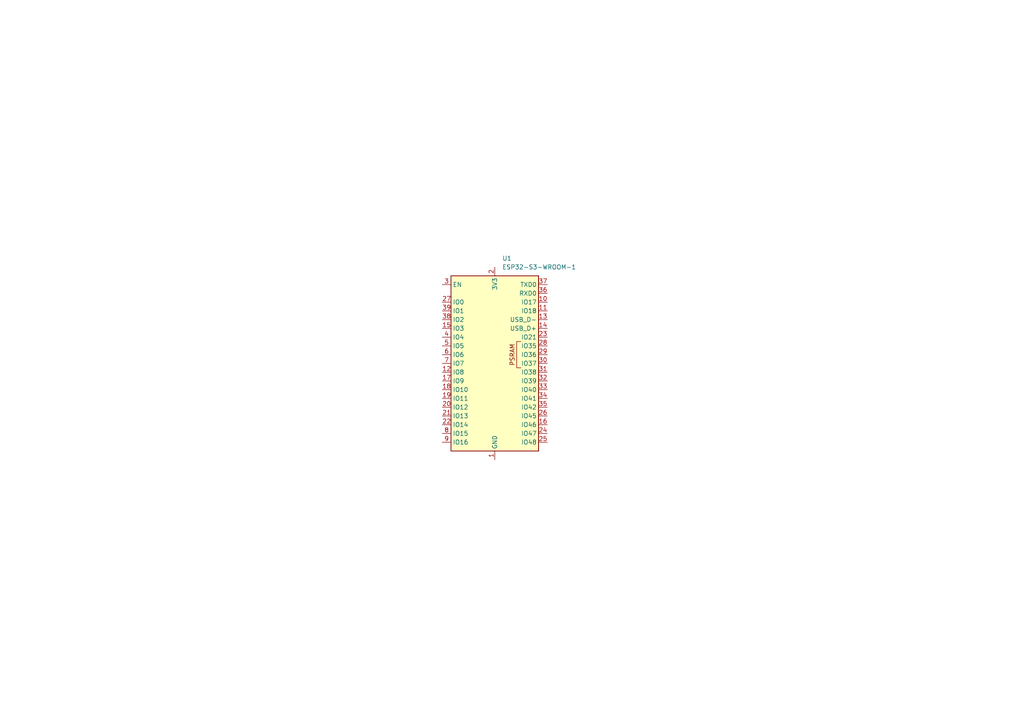
<source format=kicad_sch>
(kicad_sch (version 20250114) (generator "eeschema") (generator_version "9.0")
  (paper "A4")
  (lib_symbols
    (symbol "RF_Module:ESP32-S3-WROOM-1"
      (property "Reference" "U" (at -12.7 26.67 0))
      (property "Value" "ESP32-S3-WROOM-1" (at 12.7 26.67 0))
      (symbol "ESP32-S3-WROOM-1_0_0"
        (rectangle (start -12.7 25.4) (end 12.7 -25.4) (stroke (width 0.254)) (fill (type background)))
        (text "PSRAM" (at 5.08 2.54 900) (effects (font (size 1.27 1.27))))
      )
      (symbol "ESP32-S3-WROOM-1_0_1"
        (polyline (pts (xy 7.62 -1.27) (xy 6.35 -1.27) (xy 6.35 6.35) (xy 7.62 6.35)))
      )
      (symbol "ESP32-S3-WROOM-1_1_1"
        (pin input line (at -15.24 22.86 0) (length 2.54) (name "EN") (number "3"))
        (pin bidirectional line (at -15.24 17.78 0) (length 2.54) (name "IO0") (number "27"))
        (pin bidirectional line (at -15.24 15.24 0) (length 2.54) (name "IO1") (number "39"))
        (pin bidirectional line (at -15.24 12.7 0) (length 2.54) (name "IO2") (number "38"))
        (pin bidirectional line (at -15.24 10.16 0) (length 2.54) (name "IO3") (number "15"))
        (pin bidirectional line (at -15.24 7.62 0) (length 2.54) (name "IO4") (number "4"))
        (pin bidirectional line (at -15.24 5.08 0) (length 2.54) (name "IO5") (number "5"))
        (pin bidirectional line (at -15.24 2.54 0) (length 2.54) (name "IO6") (number "6"))
        (pin bidirectional line (at -15.24 0 0) (length 2.54) (name "IO7") (number "7"))
        (pin bidirectional line (at -15.24 -2.54 0) (length 2.54) (name "IO8") (number "12"))
        (pin bidirectional line (at -15.24 -5.08 0) (length 2.54) (name "IO9") (number "17"))
        (pin bidirectional line (at -15.24 -7.62 0) (length 2.54) (name "IO10") (number "18"))
        (pin bidirectional line (at -15.24 -10.16 0) (length 2.54) (name "IO11") (number "19"))
        (pin bidirectional line (at -15.24 -12.7 0) (length 2.54) (name "IO12") (number "20"))
        (pin bidirectional line (at -15.24 -15.24 0) (length 2.54) (name "IO13") (number "21"))
        (pin bidirectional line (at -15.24 -17.78 0) (length 2.54) (name "IO14") (number "22"))
        (pin bidirectional line (at -15.24 -20.32 0) (length 2.54) (name "IO15") (number "8"))
        (pin bidirectional line (at -15.24 -22.86 0) (length 2.54) (name "IO16") (number "9"))
        (pin power_in line (at 0 27.94 270) (length 2.54) (name "3V3") (number "2"))
        (pin power_in line (at 0 -27.94 90) (length 2.54) (name "GND") (number "1"))
        (pin passive line (at 0 -27.94 90) (length 2.54) (hide yes) (name "GND") (number "40"))
        (pin passive line (at 0 -27.94 90) (length 2.54) (hide yes) (name "GND") (number "41"))
        (pin bidirectional line (at 15.24 22.86 180) (length 2.54) (name "TXD0") (number "37"))
        (pin bidirectional line (at 15.24 20.32 180) (length 2.54) (name "RXD0") (number "36"))
        (pin bidirectional line (at 15.24 17.78 180) (length 2.54) (name "IO17") (number "10"))
        (pin bidirectional line (at 15.24 15.24 180) (length 2.54) (name "IO18") (number "11"))
        (pin bidirectional line (at 15.24 12.7 180) (length 2.54) (name "USB_D-") (number "13"))
        (pin bidirectional line (at 15.24 10.16 180) (length 2.54) (name "USB_D+") (number "14"))
        (pin bidirectional line (at 15.24 7.62 180) (length 2.54) (name "IO21") (number "23"))
        (pin bidirectional line (at 15.24 5.08 180) (length 2.54) (name "IO35") (number "28"))
        (pin bidirectional line (at 15.24 2.54 180) (length 2.54) (name "IO36") (number "29"))
        (pin bidirectional line (at 15.24 0 180) (length 2.54) (name "IO37") (number "30"))
        (pin bidirectional line (at 15.24 -2.54 180) (length 2.54) (name "IO38") (number "31"))
        (pin bidirectional line (at 15.24 -5.08 180) (length 2.54) (name "IO39") (number "32"))
        (pin bidirectional line (at 15.24 -7.62 180) (length 2.54) (name "IO40") (number "33"))
        (pin bidirectional line (at 15.24 -10.16 180) (length 2.54) (name "IO41") (number "34"))
        (pin bidirectional line (at 15.24 -12.7 180) (length 2.54) (name "IO42") (number "35"))
        (pin bidirectional line (at 15.24 -15.24 180) (length 2.54) (name "IO45") (number "26"))
        (pin bidirectional line (at 15.24 -17.78 180) (length 2.54) (name "IO46") (number "16"))
        (pin bidirectional line (at 15.24 -20.32 180) (length 2.54) (name "IO47") (number "24"))
        (pin bidirectional line (at 15.24 -22.86 180) (length 2.54) (name "IO48") (number "25"))
      )
    )
  )
  (symbol (lib_id "RF_Module:ESP32-S3-WROOM-1") (at 143.51 105.41 0) (unit 1)
    (property "Reference" "U1" (at 145.6533 74.93 0) (effects (justify left)))
    (property "Value" "ESP32-S3-WROOM-1" (at 145.6533 77.47 0) (effects (justify left)))
    (property "Footprint" "RF_Module:ESP32-S3-WROOM-1" (effects (hide yes)))
    (property "Datasheet" "https://www.espressif.com/sites/default/files/documentation/esp32-s3-wroom-1_wroom-1u_datasheet_en.pdf" (effects (hide yes)))
    (property "Description" "RF Module, ESP32-S3 SoC, Wi-Fi 802.11b/g/n, Bluetooth, BLE, 32-bit, 3.3V, onboard antenna, SMD" (effects (hide yes)))
  )
)
</source>
